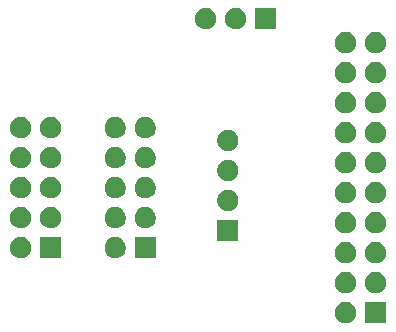
<source format=gbr>
G04 #@! TF.GenerationSoftware,KiCad,Pcbnew,5.1.5-52549c5~84~ubuntu18.04.1*
G04 #@! TF.CreationDate,2020-02-29T23:35:11+08:00*
G04 #@! TF.ProjectId,adapter_20p,61646170-7465-4725-9f32-30702e6b6963,rev?*
G04 #@! TF.SameCoordinates,Original*
G04 #@! TF.FileFunction,Soldermask,Top*
G04 #@! TF.FilePolarity,Negative*
%FSLAX46Y46*%
G04 Gerber Fmt 4.6, Leading zero omitted, Abs format (unit mm)*
G04 Created by KiCad (PCBNEW 5.1.5-52549c5~84~ubuntu18.04.1) date 2020-02-29 23:35:11*
%MOMM*%
%LPD*%
G04 APERTURE LIST*
%ADD10C,0.100000*%
G04 APERTURE END LIST*
D10*
G36*
X162414600Y-79414600D02*
G01*
X160585400Y-79414600D01*
X160585400Y-77585400D01*
X162414600Y-77585400D01*
X162414600Y-79414600D01*
G37*
G36*
X159226778Y-77620547D02*
G01*
X159393224Y-77689491D01*
X159543022Y-77789583D01*
X159670417Y-77916978D01*
X159770509Y-78066776D01*
X159839453Y-78233222D01*
X159874600Y-78409918D01*
X159874600Y-78590082D01*
X159839453Y-78766778D01*
X159770509Y-78933224D01*
X159670417Y-79083022D01*
X159543022Y-79210417D01*
X159393224Y-79310509D01*
X159226778Y-79379453D01*
X159050082Y-79414600D01*
X158869918Y-79414600D01*
X158693222Y-79379453D01*
X158526776Y-79310509D01*
X158376978Y-79210417D01*
X158249583Y-79083022D01*
X158149491Y-78933224D01*
X158080547Y-78766778D01*
X158045400Y-78590082D01*
X158045400Y-78409918D01*
X158080547Y-78233222D01*
X158149491Y-78066776D01*
X158249583Y-77916978D01*
X158376978Y-77789583D01*
X158526776Y-77689491D01*
X158693222Y-77620547D01*
X158869918Y-77585400D01*
X159050082Y-77585400D01*
X159226778Y-77620547D01*
G37*
G36*
X159226778Y-75080547D02*
G01*
X159393224Y-75149491D01*
X159543022Y-75249583D01*
X159670417Y-75376978D01*
X159770509Y-75526776D01*
X159839453Y-75693222D01*
X159874600Y-75869918D01*
X159874600Y-76050082D01*
X159839453Y-76226778D01*
X159770509Y-76393224D01*
X159670417Y-76543022D01*
X159543022Y-76670417D01*
X159393224Y-76770509D01*
X159226778Y-76839453D01*
X159050082Y-76874600D01*
X158869918Y-76874600D01*
X158693222Y-76839453D01*
X158526776Y-76770509D01*
X158376978Y-76670417D01*
X158249583Y-76543022D01*
X158149491Y-76393224D01*
X158080547Y-76226778D01*
X158045400Y-76050082D01*
X158045400Y-75869918D01*
X158080547Y-75693222D01*
X158149491Y-75526776D01*
X158249583Y-75376978D01*
X158376978Y-75249583D01*
X158526776Y-75149491D01*
X158693222Y-75080547D01*
X158869918Y-75045400D01*
X159050082Y-75045400D01*
X159226778Y-75080547D01*
G37*
G36*
X161766778Y-75080547D02*
G01*
X161933224Y-75149491D01*
X162083022Y-75249583D01*
X162210417Y-75376978D01*
X162310509Y-75526776D01*
X162379453Y-75693222D01*
X162414600Y-75869918D01*
X162414600Y-76050082D01*
X162379453Y-76226778D01*
X162310509Y-76393224D01*
X162210417Y-76543022D01*
X162083022Y-76670417D01*
X161933224Y-76770509D01*
X161766778Y-76839453D01*
X161590082Y-76874600D01*
X161409918Y-76874600D01*
X161233222Y-76839453D01*
X161066776Y-76770509D01*
X160916978Y-76670417D01*
X160789583Y-76543022D01*
X160689491Y-76393224D01*
X160620547Y-76226778D01*
X160585400Y-76050082D01*
X160585400Y-75869918D01*
X160620547Y-75693222D01*
X160689491Y-75526776D01*
X160789583Y-75376978D01*
X160916978Y-75249583D01*
X161066776Y-75149491D01*
X161233222Y-75080547D01*
X161409918Y-75045400D01*
X161590082Y-75045400D01*
X161766778Y-75080547D01*
G37*
G36*
X161766778Y-72540547D02*
G01*
X161933224Y-72609491D01*
X162083022Y-72709583D01*
X162210417Y-72836978D01*
X162310509Y-72986776D01*
X162379453Y-73153222D01*
X162414600Y-73329918D01*
X162414600Y-73510082D01*
X162379453Y-73686778D01*
X162310509Y-73853224D01*
X162210417Y-74003022D01*
X162083022Y-74130417D01*
X161933224Y-74230509D01*
X161766778Y-74299453D01*
X161590082Y-74334600D01*
X161409918Y-74334600D01*
X161233222Y-74299453D01*
X161066776Y-74230509D01*
X160916978Y-74130417D01*
X160789583Y-74003022D01*
X160689491Y-73853224D01*
X160620547Y-73686778D01*
X160585400Y-73510082D01*
X160585400Y-73329918D01*
X160620547Y-73153222D01*
X160689491Y-72986776D01*
X160789583Y-72836978D01*
X160916978Y-72709583D01*
X161066776Y-72609491D01*
X161233222Y-72540547D01*
X161409918Y-72505400D01*
X161590082Y-72505400D01*
X161766778Y-72540547D01*
G37*
G36*
X159226778Y-72540547D02*
G01*
X159393224Y-72609491D01*
X159543022Y-72709583D01*
X159670417Y-72836978D01*
X159770509Y-72986776D01*
X159839453Y-73153222D01*
X159874600Y-73329918D01*
X159874600Y-73510082D01*
X159839453Y-73686778D01*
X159770509Y-73853224D01*
X159670417Y-74003022D01*
X159543022Y-74130417D01*
X159393224Y-74230509D01*
X159226778Y-74299453D01*
X159050082Y-74334600D01*
X158869918Y-74334600D01*
X158693222Y-74299453D01*
X158526776Y-74230509D01*
X158376978Y-74130417D01*
X158249583Y-74003022D01*
X158149491Y-73853224D01*
X158080547Y-73686778D01*
X158045400Y-73510082D01*
X158045400Y-73329918D01*
X158080547Y-73153222D01*
X158149491Y-72986776D01*
X158249583Y-72836978D01*
X158376978Y-72709583D01*
X158526776Y-72609491D01*
X158693222Y-72540547D01*
X158869918Y-72505400D01*
X159050082Y-72505400D01*
X159226778Y-72540547D01*
G37*
G36*
X142901000Y-73901000D02*
G01*
X141099000Y-73901000D01*
X141099000Y-72099000D01*
X142901000Y-72099000D01*
X142901000Y-73901000D01*
G37*
G36*
X139573512Y-72103927D02*
G01*
X139722812Y-72133624D01*
X139886784Y-72201544D01*
X140034354Y-72300147D01*
X140159853Y-72425646D01*
X140258456Y-72573216D01*
X140326376Y-72737188D01*
X140361000Y-72911259D01*
X140361000Y-73088741D01*
X140326376Y-73262812D01*
X140258456Y-73426784D01*
X140159853Y-73574354D01*
X140034354Y-73699853D01*
X139886784Y-73798456D01*
X139722812Y-73866376D01*
X139573512Y-73896073D01*
X139548742Y-73901000D01*
X139371258Y-73901000D01*
X139346488Y-73896073D01*
X139197188Y-73866376D01*
X139033216Y-73798456D01*
X138885646Y-73699853D01*
X138760147Y-73574354D01*
X138661544Y-73426784D01*
X138593624Y-73262812D01*
X138559000Y-73088741D01*
X138559000Y-72911259D01*
X138593624Y-72737188D01*
X138661544Y-72573216D01*
X138760147Y-72425646D01*
X138885646Y-72300147D01*
X139033216Y-72201544D01*
X139197188Y-72133624D01*
X139346488Y-72103927D01*
X139371258Y-72099000D01*
X139548742Y-72099000D01*
X139573512Y-72103927D01*
G37*
G36*
X134901000Y-73901000D02*
G01*
X133099000Y-73901000D01*
X133099000Y-72099000D01*
X134901000Y-72099000D01*
X134901000Y-73901000D01*
G37*
G36*
X131573512Y-72103927D02*
G01*
X131722812Y-72133624D01*
X131886784Y-72201544D01*
X132034354Y-72300147D01*
X132159853Y-72425646D01*
X132258456Y-72573216D01*
X132326376Y-72737188D01*
X132361000Y-72911259D01*
X132361000Y-73088741D01*
X132326376Y-73262812D01*
X132258456Y-73426784D01*
X132159853Y-73574354D01*
X132034354Y-73699853D01*
X131886784Y-73798456D01*
X131722812Y-73866376D01*
X131573512Y-73896073D01*
X131548742Y-73901000D01*
X131371258Y-73901000D01*
X131346488Y-73896073D01*
X131197188Y-73866376D01*
X131033216Y-73798456D01*
X130885646Y-73699853D01*
X130760147Y-73574354D01*
X130661544Y-73426784D01*
X130593624Y-73262812D01*
X130559000Y-73088741D01*
X130559000Y-72911259D01*
X130593624Y-72737188D01*
X130661544Y-72573216D01*
X130760147Y-72425646D01*
X130885646Y-72300147D01*
X131033216Y-72201544D01*
X131197188Y-72133624D01*
X131346488Y-72103927D01*
X131371258Y-72099000D01*
X131548742Y-72099000D01*
X131573512Y-72103927D01*
G37*
G36*
X149901000Y-72441000D02*
G01*
X148099000Y-72441000D01*
X148099000Y-70639000D01*
X149901000Y-70639000D01*
X149901000Y-72441000D01*
G37*
G36*
X159226778Y-70000547D02*
G01*
X159393224Y-70069491D01*
X159543022Y-70169583D01*
X159670417Y-70296978D01*
X159770509Y-70446776D01*
X159839453Y-70613222D01*
X159874600Y-70789918D01*
X159874600Y-70970082D01*
X159839453Y-71146778D01*
X159770509Y-71313224D01*
X159670417Y-71463022D01*
X159543022Y-71590417D01*
X159393224Y-71690509D01*
X159226778Y-71759453D01*
X159050082Y-71794600D01*
X158869918Y-71794600D01*
X158693222Y-71759453D01*
X158526776Y-71690509D01*
X158376978Y-71590417D01*
X158249583Y-71463022D01*
X158149491Y-71313224D01*
X158080547Y-71146778D01*
X158045400Y-70970082D01*
X158045400Y-70789918D01*
X158080547Y-70613222D01*
X158149491Y-70446776D01*
X158249583Y-70296978D01*
X158376978Y-70169583D01*
X158526776Y-70069491D01*
X158693222Y-70000547D01*
X158869918Y-69965400D01*
X159050082Y-69965400D01*
X159226778Y-70000547D01*
G37*
G36*
X161766778Y-70000547D02*
G01*
X161933224Y-70069491D01*
X162083022Y-70169583D01*
X162210417Y-70296978D01*
X162310509Y-70446776D01*
X162379453Y-70613222D01*
X162414600Y-70789918D01*
X162414600Y-70970082D01*
X162379453Y-71146778D01*
X162310509Y-71313224D01*
X162210417Y-71463022D01*
X162083022Y-71590417D01*
X161933224Y-71690509D01*
X161766778Y-71759453D01*
X161590082Y-71794600D01*
X161409918Y-71794600D01*
X161233222Y-71759453D01*
X161066776Y-71690509D01*
X160916978Y-71590417D01*
X160789583Y-71463022D01*
X160689491Y-71313224D01*
X160620547Y-71146778D01*
X160585400Y-70970082D01*
X160585400Y-70789918D01*
X160620547Y-70613222D01*
X160689491Y-70446776D01*
X160789583Y-70296978D01*
X160916978Y-70169583D01*
X161066776Y-70069491D01*
X161233222Y-70000547D01*
X161409918Y-69965400D01*
X161590082Y-69965400D01*
X161766778Y-70000547D01*
G37*
G36*
X142113512Y-69563927D02*
G01*
X142262812Y-69593624D01*
X142426784Y-69661544D01*
X142574354Y-69760147D01*
X142699853Y-69885646D01*
X142798456Y-70033216D01*
X142866376Y-70197188D01*
X142901000Y-70371259D01*
X142901000Y-70548741D01*
X142866376Y-70722812D01*
X142798456Y-70886784D01*
X142699853Y-71034354D01*
X142574354Y-71159853D01*
X142426784Y-71258456D01*
X142262812Y-71326376D01*
X142113512Y-71356073D01*
X142088742Y-71361000D01*
X141911258Y-71361000D01*
X141886488Y-71356073D01*
X141737188Y-71326376D01*
X141573216Y-71258456D01*
X141425646Y-71159853D01*
X141300147Y-71034354D01*
X141201544Y-70886784D01*
X141133624Y-70722812D01*
X141099000Y-70548741D01*
X141099000Y-70371259D01*
X141133624Y-70197188D01*
X141201544Y-70033216D01*
X141300147Y-69885646D01*
X141425646Y-69760147D01*
X141573216Y-69661544D01*
X141737188Y-69593624D01*
X141886488Y-69563927D01*
X141911258Y-69559000D01*
X142088742Y-69559000D01*
X142113512Y-69563927D01*
G37*
G36*
X139573512Y-69563927D02*
G01*
X139722812Y-69593624D01*
X139886784Y-69661544D01*
X140034354Y-69760147D01*
X140159853Y-69885646D01*
X140258456Y-70033216D01*
X140326376Y-70197188D01*
X140361000Y-70371259D01*
X140361000Y-70548741D01*
X140326376Y-70722812D01*
X140258456Y-70886784D01*
X140159853Y-71034354D01*
X140034354Y-71159853D01*
X139886784Y-71258456D01*
X139722812Y-71326376D01*
X139573512Y-71356073D01*
X139548742Y-71361000D01*
X139371258Y-71361000D01*
X139346488Y-71356073D01*
X139197188Y-71326376D01*
X139033216Y-71258456D01*
X138885646Y-71159853D01*
X138760147Y-71034354D01*
X138661544Y-70886784D01*
X138593624Y-70722812D01*
X138559000Y-70548741D01*
X138559000Y-70371259D01*
X138593624Y-70197188D01*
X138661544Y-70033216D01*
X138760147Y-69885646D01*
X138885646Y-69760147D01*
X139033216Y-69661544D01*
X139197188Y-69593624D01*
X139346488Y-69563927D01*
X139371258Y-69559000D01*
X139548742Y-69559000D01*
X139573512Y-69563927D01*
G37*
G36*
X134113512Y-69563927D02*
G01*
X134262812Y-69593624D01*
X134426784Y-69661544D01*
X134574354Y-69760147D01*
X134699853Y-69885646D01*
X134798456Y-70033216D01*
X134866376Y-70197188D01*
X134901000Y-70371259D01*
X134901000Y-70548741D01*
X134866376Y-70722812D01*
X134798456Y-70886784D01*
X134699853Y-71034354D01*
X134574354Y-71159853D01*
X134426784Y-71258456D01*
X134262812Y-71326376D01*
X134113512Y-71356073D01*
X134088742Y-71361000D01*
X133911258Y-71361000D01*
X133886488Y-71356073D01*
X133737188Y-71326376D01*
X133573216Y-71258456D01*
X133425646Y-71159853D01*
X133300147Y-71034354D01*
X133201544Y-70886784D01*
X133133624Y-70722812D01*
X133099000Y-70548741D01*
X133099000Y-70371259D01*
X133133624Y-70197188D01*
X133201544Y-70033216D01*
X133300147Y-69885646D01*
X133425646Y-69760147D01*
X133573216Y-69661544D01*
X133737188Y-69593624D01*
X133886488Y-69563927D01*
X133911258Y-69559000D01*
X134088742Y-69559000D01*
X134113512Y-69563927D01*
G37*
G36*
X131573512Y-69563927D02*
G01*
X131722812Y-69593624D01*
X131886784Y-69661544D01*
X132034354Y-69760147D01*
X132159853Y-69885646D01*
X132258456Y-70033216D01*
X132326376Y-70197188D01*
X132361000Y-70371259D01*
X132361000Y-70548741D01*
X132326376Y-70722812D01*
X132258456Y-70886784D01*
X132159853Y-71034354D01*
X132034354Y-71159853D01*
X131886784Y-71258456D01*
X131722812Y-71326376D01*
X131573512Y-71356073D01*
X131548742Y-71361000D01*
X131371258Y-71361000D01*
X131346488Y-71356073D01*
X131197188Y-71326376D01*
X131033216Y-71258456D01*
X130885646Y-71159853D01*
X130760147Y-71034354D01*
X130661544Y-70886784D01*
X130593624Y-70722812D01*
X130559000Y-70548741D01*
X130559000Y-70371259D01*
X130593624Y-70197188D01*
X130661544Y-70033216D01*
X130760147Y-69885646D01*
X130885646Y-69760147D01*
X131033216Y-69661544D01*
X131197188Y-69593624D01*
X131346488Y-69563927D01*
X131371258Y-69559000D01*
X131548742Y-69559000D01*
X131573512Y-69563927D01*
G37*
G36*
X149113512Y-68103927D02*
G01*
X149262812Y-68133624D01*
X149426784Y-68201544D01*
X149574354Y-68300147D01*
X149699853Y-68425646D01*
X149798456Y-68573216D01*
X149866376Y-68737188D01*
X149901000Y-68911259D01*
X149901000Y-69088741D01*
X149866376Y-69262812D01*
X149798456Y-69426784D01*
X149699853Y-69574354D01*
X149574354Y-69699853D01*
X149426784Y-69798456D01*
X149262812Y-69866376D01*
X149113512Y-69896073D01*
X149088742Y-69901000D01*
X148911258Y-69901000D01*
X148886488Y-69896073D01*
X148737188Y-69866376D01*
X148573216Y-69798456D01*
X148425646Y-69699853D01*
X148300147Y-69574354D01*
X148201544Y-69426784D01*
X148133624Y-69262812D01*
X148099000Y-69088741D01*
X148099000Y-68911259D01*
X148133624Y-68737188D01*
X148201544Y-68573216D01*
X148300147Y-68425646D01*
X148425646Y-68300147D01*
X148573216Y-68201544D01*
X148737188Y-68133624D01*
X148886488Y-68103927D01*
X148911258Y-68099000D01*
X149088742Y-68099000D01*
X149113512Y-68103927D01*
G37*
G36*
X161766778Y-67460547D02*
G01*
X161933224Y-67529491D01*
X162083022Y-67629583D01*
X162210417Y-67756978D01*
X162310509Y-67906776D01*
X162379453Y-68073222D01*
X162414600Y-68249918D01*
X162414600Y-68430082D01*
X162379453Y-68606778D01*
X162310509Y-68773224D01*
X162210417Y-68923022D01*
X162083022Y-69050417D01*
X161933224Y-69150509D01*
X161766778Y-69219453D01*
X161590082Y-69254600D01*
X161409918Y-69254600D01*
X161233222Y-69219453D01*
X161066776Y-69150509D01*
X160916978Y-69050417D01*
X160789583Y-68923022D01*
X160689491Y-68773224D01*
X160620547Y-68606778D01*
X160585400Y-68430082D01*
X160585400Y-68249918D01*
X160620547Y-68073222D01*
X160689491Y-67906776D01*
X160789583Y-67756978D01*
X160916978Y-67629583D01*
X161066776Y-67529491D01*
X161233222Y-67460547D01*
X161409918Y-67425400D01*
X161590082Y-67425400D01*
X161766778Y-67460547D01*
G37*
G36*
X159226778Y-67460547D02*
G01*
X159393224Y-67529491D01*
X159543022Y-67629583D01*
X159670417Y-67756978D01*
X159770509Y-67906776D01*
X159839453Y-68073222D01*
X159874600Y-68249918D01*
X159874600Y-68430082D01*
X159839453Y-68606778D01*
X159770509Y-68773224D01*
X159670417Y-68923022D01*
X159543022Y-69050417D01*
X159393224Y-69150509D01*
X159226778Y-69219453D01*
X159050082Y-69254600D01*
X158869918Y-69254600D01*
X158693222Y-69219453D01*
X158526776Y-69150509D01*
X158376978Y-69050417D01*
X158249583Y-68923022D01*
X158149491Y-68773224D01*
X158080547Y-68606778D01*
X158045400Y-68430082D01*
X158045400Y-68249918D01*
X158080547Y-68073222D01*
X158149491Y-67906776D01*
X158249583Y-67756978D01*
X158376978Y-67629583D01*
X158526776Y-67529491D01*
X158693222Y-67460547D01*
X158869918Y-67425400D01*
X159050082Y-67425400D01*
X159226778Y-67460547D01*
G37*
G36*
X139573512Y-67023927D02*
G01*
X139722812Y-67053624D01*
X139886784Y-67121544D01*
X140034354Y-67220147D01*
X140159853Y-67345646D01*
X140258456Y-67493216D01*
X140326376Y-67657188D01*
X140361000Y-67831259D01*
X140361000Y-68008741D01*
X140326376Y-68182812D01*
X140258456Y-68346784D01*
X140159853Y-68494354D01*
X140034354Y-68619853D01*
X139886784Y-68718456D01*
X139722812Y-68786376D01*
X139573512Y-68816073D01*
X139548742Y-68821000D01*
X139371258Y-68821000D01*
X139346488Y-68816073D01*
X139197188Y-68786376D01*
X139033216Y-68718456D01*
X138885646Y-68619853D01*
X138760147Y-68494354D01*
X138661544Y-68346784D01*
X138593624Y-68182812D01*
X138559000Y-68008741D01*
X138559000Y-67831259D01*
X138593624Y-67657188D01*
X138661544Y-67493216D01*
X138760147Y-67345646D01*
X138885646Y-67220147D01*
X139033216Y-67121544D01*
X139197188Y-67053624D01*
X139346488Y-67023927D01*
X139371258Y-67019000D01*
X139548742Y-67019000D01*
X139573512Y-67023927D01*
G37*
G36*
X131573512Y-67023927D02*
G01*
X131722812Y-67053624D01*
X131886784Y-67121544D01*
X132034354Y-67220147D01*
X132159853Y-67345646D01*
X132258456Y-67493216D01*
X132326376Y-67657188D01*
X132361000Y-67831259D01*
X132361000Y-68008741D01*
X132326376Y-68182812D01*
X132258456Y-68346784D01*
X132159853Y-68494354D01*
X132034354Y-68619853D01*
X131886784Y-68718456D01*
X131722812Y-68786376D01*
X131573512Y-68816073D01*
X131548742Y-68821000D01*
X131371258Y-68821000D01*
X131346488Y-68816073D01*
X131197188Y-68786376D01*
X131033216Y-68718456D01*
X130885646Y-68619853D01*
X130760147Y-68494354D01*
X130661544Y-68346784D01*
X130593624Y-68182812D01*
X130559000Y-68008741D01*
X130559000Y-67831259D01*
X130593624Y-67657188D01*
X130661544Y-67493216D01*
X130760147Y-67345646D01*
X130885646Y-67220147D01*
X131033216Y-67121544D01*
X131197188Y-67053624D01*
X131346488Y-67023927D01*
X131371258Y-67019000D01*
X131548742Y-67019000D01*
X131573512Y-67023927D01*
G37*
G36*
X142113512Y-67023927D02*
G01*
X142262812Y-67053624D01*
X142426784Y-67121544D01*
X142574354Y-67220147D01*
X142699853Y-67345646D01*
X142798456Y-67493216D01*
X142866376Y-67657188D01*
X142901000Y-67831259D01*
X142901000Y-68008741D01*
X142866376Y-68182812D01*
X142798456Y-68346784D01*
X142699853Y-68494354D01*
X142574354Y-68619853D01*
X142426784Y-68718456D01*
X142262812Y-68786376D01*
X142113512Y-68816073D01*
X142088742Y-68821000D01*
X141911258Y-68821000D01*
X141886488Y-68816073D01*
X141737188Y-68786376D01*
X141573216Y-68718456D01*
X141425646Y-68619853D01*
X141300147Y-68494354D01*
X141201544Y-68346784D01*
X141133624Y-68182812D01*
X141099000Y-68008741D01*
X141099000Y-67831259D01*
X141133624Y-67657188D01*
X141201544Y-67493216D01*
X141300147Y-67345646D01*
X141425646Y-67220147D01*
X141573216Y-67121544D01*
X141737188Y-67053624D01*
X141886488Y-67023927D01*
X141911258Y-67019000D01*
X142088742Y-67019000D01*
X142113512Y-67023927D01*
G37*
G36*
X134113512Y-67023927D02*
G01*
X134262812Y-67053624D01*
X134426784Y-67121544D01*
X134574354Y-67220147D01*
X134699853Y-67345646D01*
X134798456Y-67493216D01*
X134866376Y-67657188D01*
X134901000Y-67831259D01*
X134901000Y-68008741D01*
X134866376Y-68182812D01*
X134798456Y-68346784D01*
X134699853Y-68494354D01*
X134574354Y-68619853D01*
X134426784Y-68718456D01*
X134262812Y-68786376D01*
X134113512Y-68816073D01*
X134088742Y-68821000D01*
X133911258Y-68821000D01*
X133886488Y-68816073D01*
X133737188Y-68786376D01*
X133573216Y-68718456D01*
X133425646Y-68619853D01*
X133300147Y-68494354D01*
X133201544Y-68346784D01*
X133133624Y-68182812D01*
X133099000Y-68008741D01*
X133099000Y-67831259D01*
X133133624Y-67657188D01*
X133201544Y-67493216D01*
X133300147Y-67345646D01*
X133425646Y-67220147D01*
X133573216Y-67121544D01*
X133737188Y-67053624D01*
X133886488Y-67023927D01*
X133911258Y-67019000D01*
X134088742Y-67019000D01*
X134113512Y-67023927D01*
G37*
G36*
X149113512Y-65563927D02*
G01*
X149262812Y-65593624D01*
X149426784Y-65661544D01*
X149574354Y-65760147D01*
X149699853Y-65885646D01*
X149798456Y-66033216D01*
X149866376Y-66197188D01*
X149901000Y-66371259D01*
X149901000Y-66548741D01*
X149866376Y-66722812D01*
X149798456Y-66886784D01*
X149699853Y-67034354D01*
X149574354Y-67159853D01*
X149426784Y-67258456D01*
X149262812Y-67326376D01*
X149113512Y-67356073D01*
X149088742Y-67361000D01*
X148911258Y-67361000D01*
X148886488Y-67356073D01*
X148737188Y-67326376D01*
X148573216Y-67258456D01*
X148425646Y-67159853D01*
X148300147Y-67034354D01*
X148201544Y-66886784D01*
X148133624Y-66722812D01*
X148099000Y-66548741D01*
X148099000Y-66371259D01*
X148133624Y-66197188D01*
X148201544Y-66033216D01*
X148300147Y-65885646D01*
X148425646Y-65760147D01*
X148573216Y-65661544D01*
X148737188Y-65593624D01*
X148886488Y-65563927D01*
X148911258Y-65559000D01*
X149088742Y-65559000D01*
X149113512Y-65563927D01*
G37*
G36*
X159226778Y-64920547D02*
G01*
X159393224Y-64989491D01*
X159543022Y-65089583D01*
X159670417Y-65216978D01*
X159770509Y-65366776D01*
X159839453Y-65533222D01*
X159874600Y-65709918D01*
X159874600Y-65890082D01*
X159839453Y-66066778D01*
X159770509Y-66233224D01*
X159670417Y-66383022D01*
X159543022Y-66510417D01*
X159393224Y-66610509D01*
X159226778Y-66679453D01*
X159050082Y-66714600D01*
X158869918Y-66714600D01*
X158693222Y-66679453D01*
X158526776Y-66610509D01*
X158376978Y-66510417D01*
X158249583Y-66383022D01*
X158149491Y-66233224D01*
X158080547Y-66066778D01*
X158045400Y-65890082D01*
X158045400Y-65709918D01*
X158080547Y-65533222D01*
X158149491Y-65366776D01*
X158249583Y-65216978D01*
X158376978Y-65089583D01*
X158526776Y-64989491D01*
X158693222Y-64920547D01*
X158869918Y-64885400D01*
X159050082Y-64885400D01*
X159226778Y-64920547D01*
G37*
G36*
X161766778Y-64920547D02*
G01*
X161933224Y-64989491D01*
X162083022Y-65089583D01*
X162210417Y-65216978D01*
X162310509Y-65366776D01*
X162379453Y-65533222D01*
X162414600Y-65709918D01*
X162414600Y-65890082D01*
X162379453Y-66066778D01*
X162310509Y-66233224D01*
X162210417Y-66383022D01*
X162083022Y-66510417D01*
X161933224Y-66610509D01*
X161766778Y-66679453D01*
X161590082Y-66714600D01*
X161409918Y-66714600D01*
X161233222Y-66679453D01*
X161066776Y-66610509D01*
X160916978Y-66510417D01*
X160789583Y-66383022D01*
X160689491Y-66233224D01*
X160620547Y-66066778D01*
X160585400Y-65890082D01*
X160585400Y-65709918D01*
X160620547Y-65533222D01*
X160689491Y-65366776D01*
X160789583Y-65216978D01*
X160916978Y-65089583D01*
X161066776Y-64989491D01*
X161233222Y-64920547D01*
X161409918Y-64885400D01*
X161590082Y-64885400D01*
X161766778Y-64920547D01*
G37*
G36*
X134113512Y-64483927D02*
G01*
X134262812Y-64513624D01*
X134426784Y-64581544D01*
X134574354Y-64680147D01*
X134699853Y-64805646D01*
X134798456Y-64953216D01*
X134866376Y-65117188D01*
X134901000Y-65291259D01*
X134901000Y-65468741D01*
X134866376Y-65642812D01*
X134798456Y-65806784D01*
X134699853Y-65954354D01*
X134574354Y-66079853D01*
X134426784Y-66178456D01*
X134262812Y-66246376D01*
X134113512Y-66276073D01*
X134088742Y-66281000D01*
X133911258Y-66281000D01*
X133886488Y-66276073D01*
X133737188Y-66246376D01*
X133573216Y-66178456D01*
X133425646Y-66079853D01*
X133300147Y-65954354D01*
X133201544Y-65806784D01*
X133133624Y-65642812D01*
X133099000Y-65468741D01*
X133099000Y-65291259D01*
X133133624Y-65117188D01*
X133201544Y-64953216D01*
X133300147Y-64805646D01*
X133425646Y-64680147D01*
X133573216Y-64581544D01*
X133737188Y-64513624D01*
X133886488Y-64483927D01*
X133911258Y-64479000D01*
X134088742Y-64479000D01*
X134113512Y-64483927D01*
G37*
G36*
X131573512Y-64483927D02*
G01*
X131722812Y-64513624D01*
X131886784Y-64581544D01*
X132034354Y-64680147D01*
X132159853Y-64805646D01*
X132258456Y-64953216D01*
X132326376Y-65117188D01*
X132361000Y-65291259D01*
X132361000Y-65468741D01*
X132326376Y-65642812D01*
X132258456Y-65806784D01*
X132159853Y-65954354D01*
X132034354Y-66079853D01*
X131886784Y-66178456D01*
X131722812Y-66246376D01*
X131573512Y-66276073D01*
X131548742Y-66281000D01*
X131371258Y-66281000D01*
X131346488Y-66276073D01*
X131197188Y-66246376D01*
X131033216Y-66178456D01*
X130885646Y-66079853D01*
X130760147Y-65954354D01*
X130661544Y-65806784D01*
X130593624Y-65642812D01*
X130559000Y-65468741D01*
X130559000Y-65291259D01*
X130593624Y-65117188D01*
X130661544Y-64953216D01*
X130760147Y-64805646D01*
X130885646Y-64680147D01*
X131033216Y-64581544D01*
X131197188Y-64513624D01*
X131346488Y-64483927D01*
X131371258Y-64479000D01*
X131548742Y-64479000D01*
X131573512Y-64483927D01*
G37*
G36*
X142113512Y-64483927D02*
G01*
X142262812Y-64513624D01*
X142426784Y-64581544D01*
X142574354Y-64680147D01*
X142699853Y-64805646D01*
X142798456Y-64953216D01*
X142866376Y-65117188D01*
X142901000Y-65291259D01*
X142901000Y-65468741D01*
X142866376Y-65642812D01*
X142798456Y-65806784D01*
X142699853Y-65954354D01*
X142574354Y-66079853D01*
X142426784Y-66178456D01*
X142262812Y-66246376D01*
X142113512Y-66276073D01*
X142088742Y-66281000D01*
X141911258Y-66281000D01*
X141886488Y-66276073D01*
X141737188Y-66246376D01*
X141573216Y-66178456D01*
X141425646Y-66079853D01*
X141300147Y-65954354D01*
X141201544Y-65806784D01*
X141133624Y-65642812D01*
X141099000Y-65468741D01*
X141099000Y-65291259D01*
X141133624Y-65117188D01*
X141201544Y-64953216D01*
X141300147Y-64805646D01*
X141425646Y-64680147D01*
X141573216Y-64581544D01*
X141737188Y-64513624D01*
X141886488Y-64483927D01*
X141911258Y-64479000D01*
X142088742Y-64479000D01*
X142113512Y-64483927D01*
G37*
G36*
X139573512Y-64483927D02*
G01*
X139722812Y-64513624D01*
X139886784Y-64581544D01*
X140034354Y-64680147D01*
X140159853Y-64805646D01*
X140258456Y-64953216D01*
X140326376Y-65117188D01*
X140361000Y-65291259D01*
X140361000Y-65468741D01*
X140326376Y-65642812D01*
X140258456Y-65806784D01*
X140159853Y-65954354D01*
X140034354Y-66079853D01*
X139886784Y-66178456D01*
X139722812Y-66246376D01*
X139573512Y-66276073D01*
X139548742Y-66281000D01*
X139371258Y-66281000D01*
X139346488Y-66276073D01*
X139197188Y-66246376D01*
X139033216Y-66178456D01*
X138885646Y-66079853D01*
X138760147Y-65954354D01*
X138661544Y-65806784D01*
X138593624Y-65642812D01*
X138559000Y-65468741D01*
X138559000Y-65291259D01*
X138593624Y-65117188D01*
X138661544Y-64953216D01*
X138760147Y-64805646D01*
X138885646Y-64680147D01*
X139033216Y-64581544D01*
X139197188Y-64513624D01*
X139346488Y-64483927D01*
X139371258Y-64479000D01*
X139548742Y-64479000D01*
X139573512Y-64483927D01*
G37*
G36*
X149113512Y-63023927D02*
G01*
X149262812Y-63053624D01*
X149426784Y-63121544D01*
X149574354Y-63220147D01*
X149699853Y-63345646D01*
X149798456Y-63493216D01*
X149866376Y-63657188D01*
X149901000Y-63831259D01*
X149901000Y-64008741D01*
X149866376Y-64182812D01*
X149798456Y-64346784D01*
X149699853Y-64494354D01*
X149574354Y-64619853D01*
X149426784Y-64718456D01*
X149262812Y-64786376D01*
X149113512Y-64816073D01*
X149088742Y-64821000D01*
X148911258Y-64821000D01*
X148886488Y-64816073D01*
X148737188Y-64786376D01*
X148573216Y-64718456D01*
X148425646Y-64619853D01*
X148300147Y-64494354D01*
X148201544Y-64346784D01*
X148133624Y-64182812D01*
X148099000Y-64008741D01*
X148099000Y-63831259D01*
X148133624Y-63657188D01*
X148201544Y-63493216D01*
X148300147Y-63345646D01*
X148425646Y-63220147D01*
X148573216Y-63121544D01*
X148737188Y-63053624D01*
X148886488Y-63023927D01*
X148911258Y-63019000D01*
X149088742Y-63019000D01*
X149113512Y-63023927D01*
G37*
G36*
X159226778Y-62380547D02*
G01*
X159393224Y-62449491D01*
X159543022Y-62549583D01*
X159670417Y-62676978D01*
X159770509Y-62826776D01*
X159839453Y-62993222D01*
X159874600Y-63169918D01*
X159874600Y-63350082D01*
X159839453Y-63526778D01*
X159770509Y-63693224D01*
X159670417Y-63843022D01*
X159543022Y-63970417D01*
X159393224Y-64070509D01*
X159226778Y-64139453D01*
X159050082Y-64174600D01*
X158869918Y-64174600D01*
X158693222Y-64139453D01*
X158526776Y-64070509D01*
X158376978Y-63970417D01*
X158249583Y-63843022D01*
X158149491Y-63693224D01*
X158080547Y-63526778D01*
X158045400Y-63350082D01*
X158045400Y-63169918D01*
X158080547Y-62993222D01*
X158149491Y-62826776D01*
X158249583Y-62676978D01*
X158376978Y-62549583D01*
X158526776Y-62449491D01*
X158693222Y-62380547D01*
X158869918Y-62345400D01*
X159050082Y-62345400D01*
X159226778Y-62380547D01*
G37*
G36*
X161766778Y-62380547D02*
G01*
X161933224Y-62449491D01*
X162083022Y-62549583D01*
X162210417Y-62676978D01*
X162310509Y-62826776D01*
X162379453Y-62993222D01*
X162414600Y-63169918D01*
X162414600Y-63350082D01*
X162379453Y-63526778D01*
X162310509Y-63693224D01*
X162210417Y-63843022D01*
X162083022Y-63970417D01*
X161933224Y-64070509D01*
X161766778Y-64139453D01*
X161590082Y-64174600D01*
X161409918Y-64174600D01*
X161233222Y-64139453D01*
X161066776Y-64070509D01*
X160916978Y-63970417D01*
X160789583Y-63843022D01*
X160689491Y-63693224D01*
X160620547Y-63526778D01*
X160585400Y-63350082D01*
X160585400Y-63169918D01*
X160620547Y-62993222D01*
X160689491Y-62826776D01*
X160789583Y-62676978D01*
X160916978Y-62549583D01*
X161066776Y-62449491D01*
X161233222Y-62380547D01*
X161409918Y-62345400D01*
X161590082Y-62345400D01*
X161766778Y-62380547D01*
G37*
G36*
X131573512Y-61943927D02*
G01*
X131722812Y-61973624D01*
X131886784Y-62041544D01*
X132034354Y-62140147D01*
X132159853Y-62265646D01*
X132258456Y-62413216D01*
X132326376Y-62577188D01*
X132361000Y-62751259D01*
X132361000Y-62928741D01*
X132326376Y-63102812D01*
X132258456Y-63266784D01*
X132159853Y-63414354D01*
X132034354Y-63539853D01*
X131886784Y-63638456D01*
X131722812Y-63706376D01*
X131573512Y-63736073D01*
X131548742Y-63741000D01*
X131371258Y-63741000D01*
X131346488Y-63736073D01*
X131197188Y-63706376D01*
X131033216Y-63638456D01*
X130885646Y-63539853D01*
X130760147Y-63414354D01*
X130661544Y-63266784D01*
X130593624Y-63102812D01*
X130559000Y-62928741D01*
X130559000Y-62751259D01*
X130593624Y-62577188D01*
X130661544Y-62413216D01*
X130760147Y-62265646D01*
X130885646Y-62140147D01*
X131033216Y-62041544D01*
X131197188Y-61973624D01*
X131346488Y-61943927D01*
X131371258Y-61939000D01*
X131548742Y-61939000D01*
X131573512Y-61943927D01*
G37*
G36*
X142113512Y-61943927D02*
G01*
X142262812Y-61973624D01*
X142426784Y-62041544D01*
X142574354Y-62140147D01*
X142699853Y-62265646D01*
X142798456Y-62413216D01*
X142866376Y-62577188D01*
X142901000Y-62751259D01*
X142901000Y-62928741D01*
X142866376Y-63102812D01*
X142798456Y-63266784D01*
X142699853Y-63414354D01*
X142574354Y-63539853D01*
X142426784Y-63638456D01*
X142262812Y-63706376D01*
X142113512Y-63736073D01*
X142088742Y-63741000D01*
X141911258Y-63741000D01*
X141886488Y-63736073D01*
X141737188Y-63706376D01*
X141573216Y-63638456D01*
X141425646Y-63539853D01*
X141300147Y-63414354D01*
X141201544Y-63266784D01*
X141133624Y-63102812D01*
X141099000Y-62928741D01*
X141099000Y-62751259D01*
X141133624Y-62577188D01*
X141201544Y-62413216D01*
X141300147Y-62265646D01*
X141425646Y-62140147D01*
X141573216Y-62041544D01*
X141737188Y-61973624D01*
X141886488Y-61943927D01*
X141911258Y-61939000D01*
X142088742Y-61939000D01*
X142113512Y-61943927D01*
G37*
G36*
X139573512Y-61943927D02*
G01*
X139722812Y-61973624D01*
X139886784Y-62041544D01*
X140034354Y-62140147D01*
X140159853Y-62265646D01*
X140258456Y-62413216D01*
X140326376Y-62577188D01*
X140361000Y-62751259D01*
X140361000Y-62928741D01*
X140326376Y-63102812D01*
X140258456Y-63266784D01*
X140159853Y-63414354D01*
X140034354Y-63539853D01*
X139886784Y-63638456D01*
X139722812Y-63706376D01*
X139573512Y-63736073D01*
X139548742Y-63741000D01*
X139371258Y-63741000D01*
X139346488Y-63736073D01*
X139197188Y-63706376D01*
X139033216Y-63638456D01*
X138885646Y-63539853D01*
X138760147Y-63414354D01*
X138661544Y-63266784D01*
X138593624Y-63102812D01*
X138559000Y-62928741D01*
X138559000Y-62751259D01*
X138593624Y-62577188D01*
X138661544Y-62413216D01*
X138760147Y-62265646D01*
X138885646Y-62140147D01*
X139033216Y-62041544D01*
X139197188Y-61973624D01*
X139346488Y-61943927D01*
X139371258Y-61939000D01*
X139548742Y-61939000D01*
X139573512Y-61943927D01*
G37*
G36*
X134113512Y-61943927D02*
G01*
X134262812Y-61973624D01*
X134426784Y-62041544D01*
X134574354Y-62140147D01*
X134699853Y-62265646D01*
X134798456Y-62413216D01*
X134866376Y-62577188D01*
X134901000Y-62751259D01*
X134901000Y-62928741D01*
X134866376Y-63102812D01*
X134798456Y-63266784D01*
X134699853Y-63414354D01*
X134574354Y-63539853D01*
X134426784Y-63638456D01*
X134262812Y-63706376D01*
X134113512Y-63736073D01*
X134088742Y-63741000D01*
X133911258Y-63741000D01*
X133886488Y-63736073D01*
X133737188Y-63706376D01*
X133573216Y-63638456D01*
X133425646Y-63539853D01*
X133300147Y-63414354D01*
X133201544Y-63266784D01*
X133133624Y-63102812D01*
X133099000Y-62928741D01*
X133099000Y-62751259D01*
X133133624Y-62577188D01*
X133201544Y-62413216D01*
X133300147Y-62265646D01*
X133425646Y-62140147D01*
X133573216Y-62041544D01*
X133737188Y-61973624D01*
X133886488Y-61943927D01*
X133911258Y-61939000D01*
X134088742Y-61939000D01*
X134113512Y-61943927D01*
G37*
G36*
X159226778Y-59840547D02*
G01*
X159393224Y-59909491D01*
X159543022Y-60009583D01*
X159670417Y-60136978D01*
X159770509Y-60286776D01*
X159839453Y-60453222D01*
X159874600Y-60629918D01*
X159874600Y-60810082D01*
X159839453Y-60986778D01*
X159770509Y-61153224D01*
X159670417Y-61303022D01*
X159543022Y-61430417D01*
X159393224Y-61530509D01*
X159226778Y-61599453D01*
X159050082Y-61634600D01*
X158869918Y-61634600D01*
X158693222Y-61599453D01*
X158526776Y-61530509D01*
X158376978Y-61430417D01*
X158249583Y-61303022D01*
X158149491Y-61153224D01*
X158080547Y-60986778D01*
X158045400Y-60810082D01*
X158045400Y-60629918D01*
X158080547Y-60453222D01*
X158149491Y-60286776D01*
X158249583Y-60136978D01*
X158376978Y-60009583D01*
X158526776Y-59909491D01*
X158693222Y-59840547D01*
X158869918Y-59805400D01*
X159050082Y-59805400D01*
X159226778Y-59840547D01*
G37*
G36*
X161766778Y-59840547D02*
G01*
X161933224Y-59909491D01*
X162083022Y-60009583D01*
X162210417Y-60136978D01*
X162310509Y-60286776D01*
X162379453Y-60453222D01*
X162414600Y-60629918D01*
X162414600Y-60810082D01*
X162379453Y-60986778D01*
X162310509Y-61153224D01*
X162210417Y-61303022D01*
X162083022Y-61430417D01*
X161933224Y-61530509D01*
X161766778Y-61599453D01*
X161590082Y-61634600D01*
X161409918Y-61634600D01*
X161233222Y-61599453D01*
X161066776Y-61530509D01*
X160916978Y-61430417D01*
X160789583Y-61303022D01*
X160689491Y-61153224D01*
X160620547Y-60986778D01*
X160585400Y-60810082D01*
X160585400Y-60629918D01*
X160620547Y-60453222D01*
X160689491Y-60286776D01*
X160789583Y-60136978D01*
X160916978Y-60009583D01*
X161066776Y-59909491D01*
X161233222Y-59840547D01*
X161409918Y-59805400D01*
X161590082Y-59805400D01*
X161766778Y-59840547D01*
G37*
G36*
X159226778Y-57300547D02*
G01*
X159393224Y-57369491D01*
X159543022Y-57469583D01*
X159670417Y-57596978D01*
X159770509Y-57746776D01*
X159839453Y-57913222D01*
X159874600Y-58089918D01*
X159874600Y-58270082D01*
X159839453Y-58446778D01*
X159770509Y-58613224D01*
X159670417Y-58763022D01*
X159543022Y-58890417D01*
X159393224Y-58990509D01*
X159226778Y-59059453D01*
X159050082Y-59094600D01*
X158869918Y-59094600D01*
X158693222Y-59059453D01*
X158526776Y-58990509D01*
X158376978Y-58890417D01*
X158249583Y-58763022D01*
X158149491Y-58613224D01*
X158080547Y-58446778D01*
X158045400Y-58270082D01*
X158045400Y-58089918D01*
X158080547Y-57913222D01*
X158149491Y-57746776D01*
X158249583Y-57596978D01*
X158376978Y-57469583D01*
X158526776Y-57369491D01*
X158693222Y-57300547D01*
X158869918Y-57265400D01*
X159050082Y-57265400D01*
X159226778Y-57300547D01*
G37*
G36*
X161766778Y-57300547D02*
G01*
X161933224Y-57369491D01*
X162083022Y-57469583D01*
X162210417Y-57596978D01*
X162310509Y-57746776D01*
X162379453Y-57913222D01*
X162414600Y-58089918D01*
X162414600Y-58270082D01*
X162379453Y-58446778D01*
X162310509Y-58613224D01*
X162210417Y-58763022D01*
X162083022Y-58890417D01*
X161933224Y-58990509D01*
X161766778Y-59059453D01*
X161590082Y-59094600D01*
X161409918Y-59094600D01*
X161233222Y-59059453D01*
X161066776Y-58990509D01*
X160916978Y-58890417D01*
X160789583Y-58763022D01*
X160689491Y-58613224D01*
X160620547Y-58446778D01*
X160585400Y-58270082D01*
X160585400Y-58089918D01*
X160620547Y-57913222D01*
X160689491Y-57746776D01*
X160789583Y-57596978D01*
X160916978Y-57469583D01*
X161066776Y-57369491D01*
X161233222Y-57300547D01*
X161409918Y-57265400D01*
X161590082Y-57265400D01*
X161766778Y-57300547D01*
G37*
G36*
X161766778Y-54760547D02*
G01*
X161933224Y-54829491D01*
X162083022Y-54929583D01*
X162210417Y-55056978D01*
X162310509Y-55206776D01*
X162379453Y-55373222D01*
X162414600Y-55549918D01*
X162414600Y-55730082D01*
X162379453Y-55906778D01*
X162310509Y-56073224D01*
X162210417Y-56223022D01*
X162083022Y-56350417D01*
X161933224Y-56450509D01*
X161766778Y-56519453D01*
X161590082Y-56554600D01*
X161409918Y-56554600D01*
X161233222Y-56519453D01*
X161066776Y-56450509D01*
X160916978Y-56350417D01*
X160789583Y-56223022D01*
X160689491Y-56073224D01*
X160620547Y-55906778D01*
X160585400Y-55730082D01*
X160585400Y-55549918D01*
X160620547Y-55373222D01*
X160689491Y-55206776D01*
X160789583Y-55056978D01*
X160916978Y-54929583D01*
X161066776Y-54829491D01*
X161233222Y-54760547D01*
X161409918Y-54725400D01*
X161590082Y-54725400D01*
X161766778Y-54760547D01*
G37*
G36*
X159226778Y-54760547D02*
G01*
X159393224Y-54829491D01*
X159543022Y-54929583D01*
X159670417Y-55056978D01*
X159770509Y-55206776D01*
X159839453Y-55373222D01*
X159874600Y-55549918D01*
X159874600Y-55730082D01*
X159839453Y-55906778D01*
X159770509Y-56073224D01*
X159670417Y-56223022D01*
X159543022Y-56350417D01*
X159393224Y-56450509D01*
X159226778Y-56519453D01*
X159050082Y-56554600D01*
X158869918Y-56554600D01*
X158693222Y-56519453D01*
X158526776Y-56450509D01*
X158376978Y-56350417D01*
X158249583Y-56223022D01*
X158149491Y-56073224D01*
X158080547Y-55906778D01*
X158045400Y-55730082D01*
X158045400Y-55549918D01*
X158080547Y-55373222D01*
X158149491Y-55206776D01*
X158249583Y-55056978D01*
X158376978Y-54929583D01*
X158526776Y-54829491D01*
X158693222Y-54760547D01*
X158869918Y-54725400D01*
X159050082Y-54725400D01*
X159226778Y-54760547D01*
G37*
G36*
X147233512Y-52703927D02*
G01*
X147382812Y-52733624D01*
X147546784Y-52801544D01*
X147694354Y-52900147D01*
X147819853Y-53025646D01*
X147918456Y-53173216D01*
X147986376Y-53337188D01*
X148021000Y-53511259D01*
X148021000Y-53688741D01*
X147986376Y-53862812D01*
X147918456Y-54026784D01*
X147819853Y-54174354D01*
X147694354Y-54299853D01*
X147546784Y-54398456D01*
X147382812Y-54466376D01*
X147233512Y-54496073D01*
X147208742Y-54501000D01*
X147031258Y-54501000D01*
X147006488Y-54496073D01*
X146857188Y-54466376D01*
X146693216Y-54398456D01*
X146545646Y-54299853D01*
X146420147Y-54174354D01*
X146321544Y-54026784D01*
X146253624Y-53862812D01*
X146219000Y-53688741D01*
X146219000Y-53511259D01*
X146253624Y-53337188D01*
X146321544Y-53173216D01*
X146420147Y-53025646D01*
X146545646Y-52900147D01*
X146693216Y-52801544D01*
X146857188Y-52733624D01*
X147006488Y-52703927D01*
X147031258Y-52699000D01*
X147208742Y-52699000D01*
X147233512Y-52703927D01*
G37*
G36*
X153101000Y-54501000D02*
G01*
X151299000Y-54501000D01*
X151299000Y-52699000D01*
X153101000Y-52699000D01*
X153101000Y-54501000D01*
G37*
G36*
X149773512Y-52703927D02*
G01*
X149922812Y-52733624D01*
X150086784Y-52801544D01*
X150234354Y-52900147D01*
X150359853Y-53025646D01*
X150458456Y-53173216D01*
X150526376Y-53337188D01*
X150561000Y-53511259D01*
X150561000Y-53688741D01*
X150526376Y-53862812D01*
X150458456Y-54026784D01*
X150359853Y-54174354D01*
X150234354Y-54299853D01*
X150086784Y-54398456D01*
X149922812Y-54466376D01*
X149773512Y-54496073D01*
X149748742Y-54501000D01*
X149571258Y-54501000D01*
X149546488Y-54496073D01*
X149397188Y-54466376D01*
X149233216Y-54398456D01*
X149085646Y-54299853D01*
X148960147Y-54174354D01*
X148861544Y-54026784D01*
X148793624Y-53862812D01*
X148759000Y-53688741D01*
X148759000Y-53511259D01*
X148793624Y-53337188D01*
X148861544Y-53173216D01*
X148960147Y-53025646D01*
X149085646Y-52900147D01*
X149233216Y-52801544D01*
X149397188Y-52733624D01*
X149546488Y-52703927D01*
X149571258Y-52699000D01*
X149748742Y-52699000D01*
X149773512Y-52703927D01*
G37*
M02*

</source>
